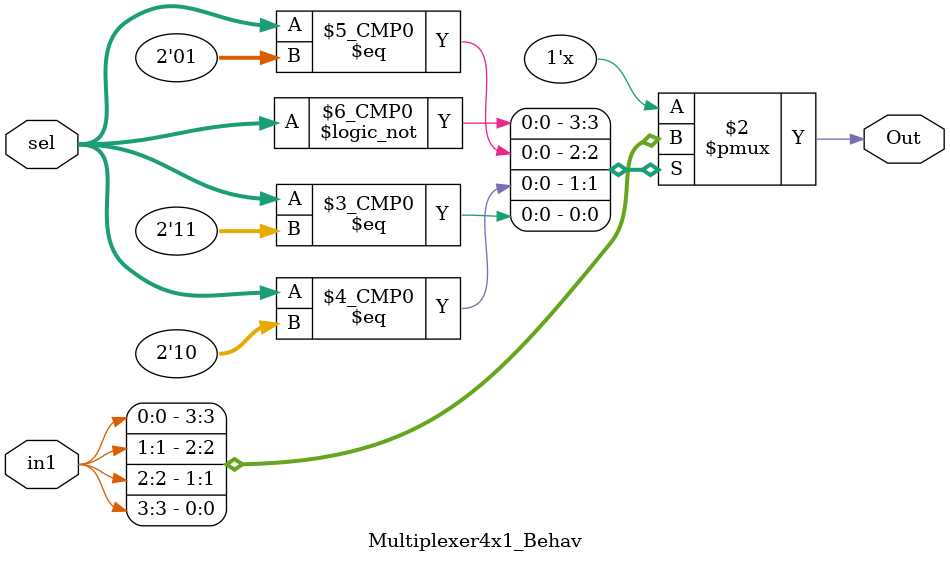
<source format=v>
`timescale 1ns / 1ps
module Multiplexer4x1_Behav(in1,sel, Out);
	input wire [3:0]in1;
	input wire [1:0]sel;
	output reg Out;
	
	always @(*)
	begin
	
	case (sel)
	2'b00: begin Out = in1[0]; end
	2'b01: begin Out = in1[1]; end
	2'b10: begin Out = in1[2]; end
	2'b11: begin Out = in1[3]; end
	endcase
	end

endmodule

</source>
